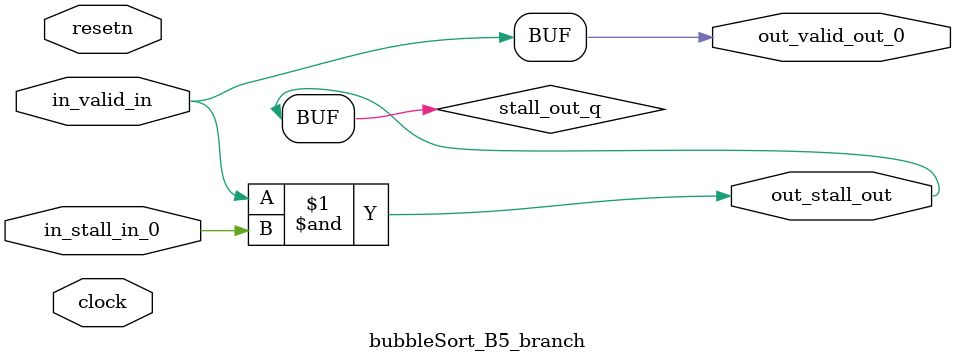
<source format=sv>



(* altera_attribute = "-name AUTO_SHIFT_REGISTER_RECOGNITION OFF; -name MESSAGE_DISABLE 10036; -name MESSAGE_DISABLE 10037; -name MESSAGE_DISABLE 14130; -name MESSAGE_DISABLE 14320; -name MESSAGE_DISABLE 15400; -name MESSAGE_DISABLE 14130; -name MESSAGE_DISABLE 10036; -name MESSAGE_DISABLE 12020; -name MESSAGE_DISABLE 12030; -name MESSAGE_DISABLE 12010; -name MESSAGE_DISABLE 12110; -name MESSAGE_DISABLE 14320; -name MESSAGE_DISABLE 13410; -name MESSAGE_DISABLE 113007; -name MESSAGE_DISABLE 10958" *)
module bubbleSort_B5_branch (
    input wire [0:0] in_stall_in_0,
    input wire [0:0] in_valid_in,
    output wire [0:0] out_stall_out,
    output wire [0:0] out_valid_out_0,
    input wire clock,
    input wire resetn
    );

    wire [0:0] stall_out_q;


    // stall_out(LOGICAL,6)
    assign stall_out_q = in_valid_in & in_stall_in_0;

    // out_stall_out(GPOUT,4)
    assign out_stall_out = stall_out_q;

    // out_valid_out_0(GPOUT,5)
    assign out_valid_out_0 = in_valid_in;

endmodule

</source>
